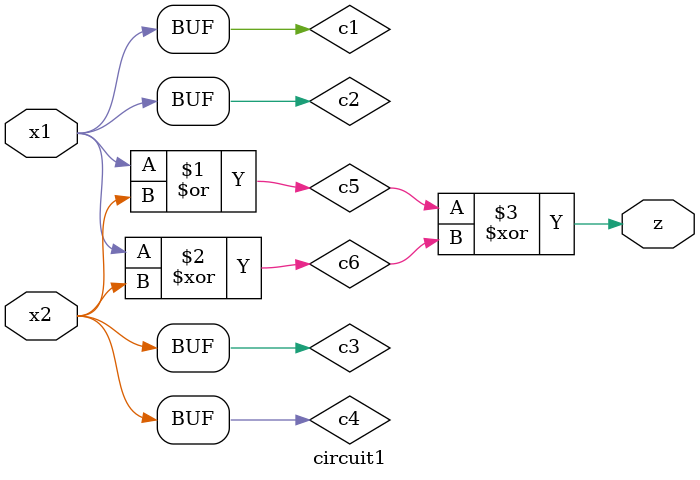
<source format=v>

module circuit1(x1,x2,z);
input x1,x2;
output z;
wire c1,c2,c3,c4,c5,c6;
or G1(c5,c1,c3);
assign c1 = x1;
assign c3 = x2;
xor G2(c6,c2,c4);
assign c2 = x1;
assign c4 = x2;
xor G3(z,c5,c6);
endmodule

</source>
